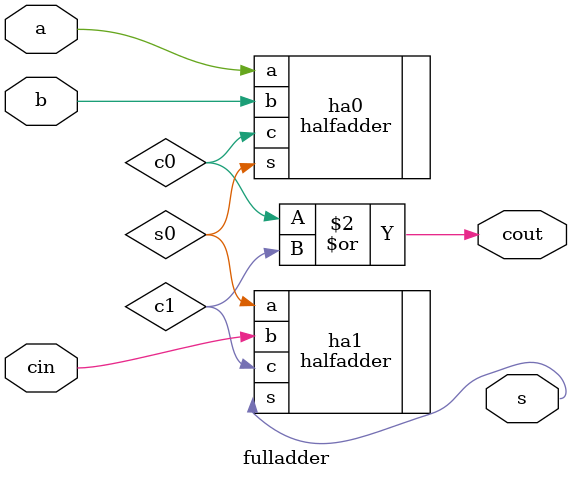
<source format=sv>
`include "halfadder.sv"

module fulladder(
    input  logic a, b, cin,
    output logic s, cout
);
    // 内部信号の宣言
    logic s0, c0, c1;
    // 1段目の半加算器のインスタンスを生成
    halfadder ha0(.a(a), .b(b), .s(s0), .c(c0));
    // 2段目の半加算器のインスタンスを生成
    halfadder ha1(.a(s0), .b(cin), .s(s), .c(c1));

    always_comb begin
        cout = c0 | c1;
    end
endmodule
</source>
